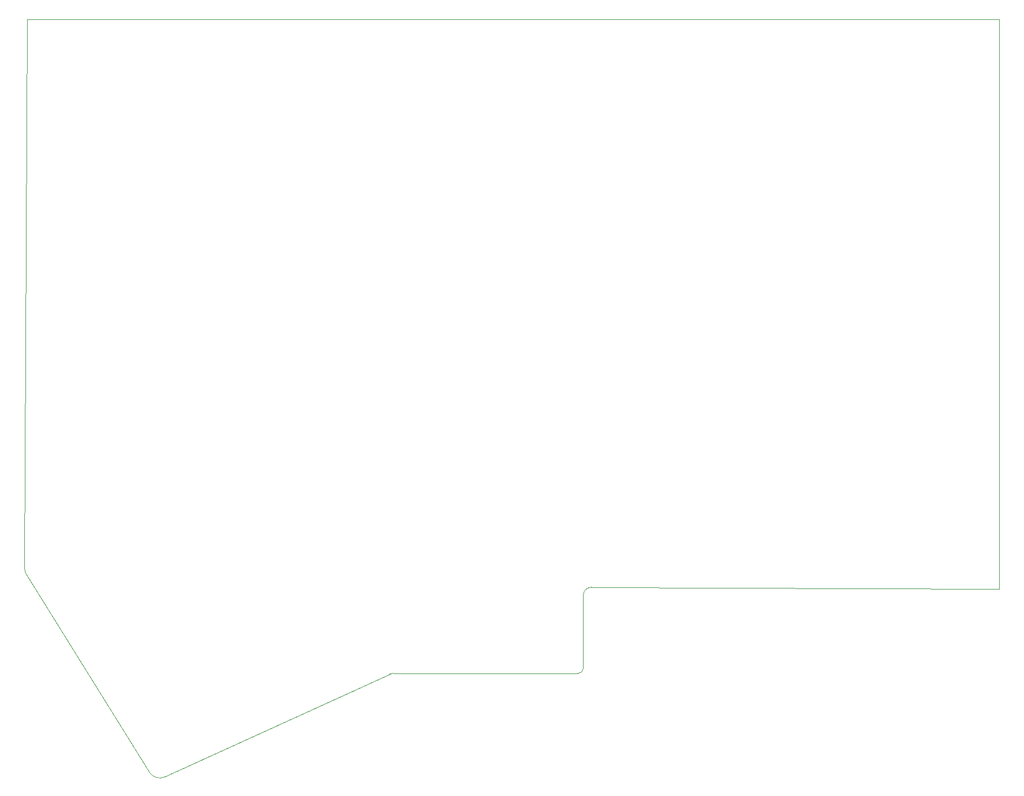
<source format=gbr>
G04 #@! TF.GenerationSoftware,KiCad,Pcbnew,(5.1.4)-1*
G04 #@! TF.CreationDate,2021-06-26T01:07:56+08:00*
G04 #@! TF.ProjectId,Split Keeb,53706c69-7420-44b6-9565-622e6b696361,rev?*
G04 #@! TF.SameCoordinates,Original*
G04 #@! TF.FileFunction,Profile,NP*
%FSLAX46Y46*%
G04 Gerber Fmt 4.6, Leading zero omitted, Abs format (unit mm)*
G04 Created by KiCad (PCBNEW (5.1.4)-1) date 2021-06-26 01:07:56*
%MOMM*%
%LPD*%
G04 APERTURE LIST*
%ADD10C,0.050000*%
G04 APERTURE END LIST*
D10*
X124826908Y-149436724D02*
G75*
G02X125349000Y-149352000I522091J-1566275D01*
G01*
X68995286Y-133967988D02*
G75*
G02X68834000Y-133215703I1396188J692769D01*
G01*
X154432000Y-137414000D02*
G75*
G02X155702000Y-136144000I1270000J0D01*
G01*
X154432000Y-148590000D02*
G75*
G02X153670000Y-149352000I-762000J0D01*
G01*
X90302555Y-165239036D02*
G75*
G02X88011001Y-164591999I-767555J1663036D01*
G01*
X68834000Y-133215703D02*
X69215000Y-49022000D01*
X88011000Y-164592000D02*
X68995287Y-133967987D01*
X218186000Y-136398000D02*
X155702000Y-136144000D01*
X218186000Y-49022000D02*
X218186000Y-136398000D01*
X124826908Y-149436724D02*
X90302555Y-165239035D01*
X153670000Y-149352000D02*
X125349000Y-149352000D01*
X154432000Y-137414000D02*
X154432000Y-148590000D01*
X69215000Y-49022000D02*
X218186000Y-49022000D01*
M02*

</source>
